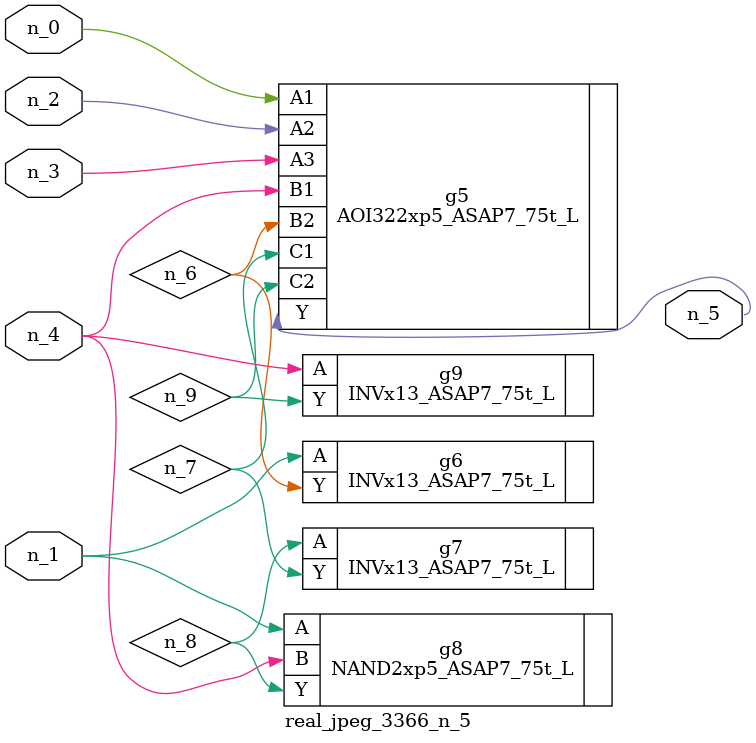
<source format=v>
module real_jpeg_3366_n_5 (n_4, n_0, n_1, n_2, n_3, n_5);

input n_4;
input n_0;
input n_1;
input n_2;
input n_3;

output n_5;

wire n_8;
wire n_6;
wire n_7;
wire n_9;

AOI322xp5_ASAP7_75t_L g5 ( 
.A1(n_0),
.A2(n_2),
.A3(n_3),
.B1(n_4),
.B2(n_6),
.C1(n_7),
.C2(n_9),
.Y(n_5)
);

INVx13_ASAP7_75t_L g6 ( 
.A(n_1),
.Y(n_6)
);

NAND2xp5_ASAP7_75t_L g8 ( 
.A(n_1),
.B(n_4),
.Y(n_8)
);

INVx13_ASAP7_75t_L g9 ( 
.A(n_4),
.Y(n_9)
);

INVx13_ASAP7_75t_L g7 ( 
.A(n_8),
.Y(n_7)
);


endmodule
</source>
